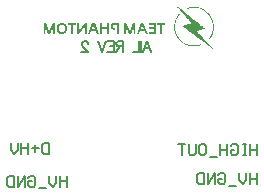
<source format=gbo>
G04*
G04 #@! TF.GenerationSoftware,Altium Limited,Altium Designer,18.1.11 (251)*
G04*
G04 Layer_Color=32896*
%FSLAX25Y25*%
%MOIN*%
G70*
G01*
G75*
%ADD13C,0.00650*%
G36*
X60290Y100200D02*
X59638D01*
Y101699D01*
X57889D01*
Y100200D01*
X57250D01*
Y103739D01*
X57889D01*
Y102268D01*
X59638D01*
Y103739D01*
X60290D01*
Y100200D01*
D02*
G37*
G36*
X52656D02*
X52018D01*
Y102823D01*
X50144Y100200D01*
X49505D01*
Y103739D01*
X50130D01*
Y101157D01*
X51990Y103739D01*
X52656D01*
Y100200D01*
D02*
G37*
G36*
X68951Y100200D02*
X68340D01*
Y102670D01*
X67369Y100200D01*
X66814D01*
X65842Y102670D01*
Y100200D01*
X65245D01*
Y103739D01*
X65898D01*
X67077Y101060D01*
X68257Y103739D01*
X68951D01*
Y100200D01*
D02*
G37*
G36*
X42066Y100200D02*
X41455D01*
Y102670D01*
X40483Y100200D01*
X39928D01*
X38971Y102670D01*
Y100200D01*
X38360D01*
Y103739D01*
X39012D01*
X40192Y101060D01*
X41386Y103739D01*
X42066D01*
Y100200D01*
D02*
G37*
G36*
X78903Y103170D02*
X77890D01*
Y100200D01*
X77251D01*
Y103170D01*
X76224D01*
Y103739D01*
X78903D01*
Y103170D01*
D02*
G37*
G36*
X75850Y100200D02*
X73407D01*
Y100769D01*
X75211D01*
Y101699D01*
X73532D01*
Y102282D01*
X75211D01*
Y103170D01*
X73435D01*
Y103739D01*
X75850D01*
Y100200D01*
D02*
G37*
G36*
X73101D02*
X72449D01*
X71269Y103059D01*
X70714Y101726D01*
X71436D01*
X71658Y101157D01*
X70478D01*
X70076Y100200D01*
X69368D01*
X70908Y103739D01*
X71616D01*
X73101Y100200D01*
D02*
G37*
G36*
X63385Y100200D02*
X62733D01*
Y103142D01*
X61845D01*
X61692Y103128D01*
X61595Y103087D01*
X61525Y103045D01*
X61512Y103031D01*
X61442Y102934D01*
X61414Y102837D01*
X61401Y102754D01*
Y102726D01*
Y102712D01*
X61414Y102615D01*
X61442Y102532D01*
X61512Y102393D01*
X61567Y102337D01*
X61595Y102296D01*
X61623Y102282D01*
X61637Y102268D01*
X61734Y102212D01*
X61831Y102157D01*
X62053Y102074D01*
X62150Y102046D01*
X62233Y102018D01*
X62289Y102004D01*
X62303D01*
X62206Y101435D01*
X61942Y101477D01*
X61720Y101546D01*
X61525Y101616D01*
X61373Y101685D01*
X61248Y101754D01*
X61165Y101810D01*
X61109Y101851D01*
X61095Y101865D01*
X60970Y102004D01*
X60873Y102143D01*
X60818Y102296D01*
X60762Y102434D01*
X60734Y102545D01*
X60720Y102656D01*
Y102712D01*
Y102740D01*
X60734Y102920D01*
X60762Y103073D01*
X60804Y103198D01*
X60859Y103309D01*
X60915Y103378D01*
X60956Y103448D01*
X60984Y103475D01*
X60998Y103489D01*
X61109Y103573D01*
X61234Y103628D01*
X61373Y103684D01*
X61498Y103711D01*
X61623Y103725D01*
X61720Y103739D01*
X63385D01*
Y100200D01*
D02*
G37*
G36*
X56806D02*
X56140D01*
X54974Y103059D01*
X54419Y101726D01*
X55127D01*
X55363Y101157D01*
X54183D01*
X53780Y100200D01*
X53073D01*
X54613Y103739D01*
X55321D01*
X56806Y100200D01*
D02*
G37*
G36*
X49131Y103170D02*
X48117D01*
Y100200D01*
X47451D01*
Y103170D01*
X46452D01*
Y103739D01*
X49131D01*
Y103170D01*
D02*
G37*
G36*
X44731Y103739D02*
X45008Y103684D01*
X45230Y103614D01*
X45425Y103531D01*
X45564Y103434D01*
X45674Y103364D01*
X45730Y103309D01*
X45758Y103295D01*
X45911Y103114D01*
X46008Y102906D01*
X46091Y102684D01*
X46146Y102462D01*
X46174Y102268D01*
X46188Y102115D01*
X46202Y102046D01*
Y102004D01*
Y101976D01*
Y101962D01*
X46174Y101643D01*
X46119Y101380D01*
X46035Y101144D01*
X45952Y100963D01*
X45869Y100811D01*
X45799Y100699D01*
X45744Y100644D01*
X45730Y100616D01*
X45536Y100463D01*
X45327Y100366D01*
X45119Y100283D01*
X44911Y100227D01*
X44717Y100200D01*
X44564Y100186D01*
X44509Y100172D01*
X44425D01*
X44120Y100186D01*
X43856Y100241D01*
X43634Y100311D01*
X43454Y100394D01*
X43301Y100477D01*
X43204Y100547D01*
X43134Y100602D01*
X43121Y100616D01*
X42968Y100811D01*
X42857Y101019D01*
X42788Y101241D01*
X42732Y101463D01*
X42704Y101657D01*
X42676Y101824D01*
Y101879D01*
Y101921D01*
Y101949D01*
Y101962D01*
X42690Y102282D01*
X42746Y102545D01*
X42815Y102781D01*
X42898Y102962D01*
X42982Y103114D01*
X43051Y103212D01*
X43107Y103281D01*
X43121Y103295D01*
X43301Y103448D01*
X43509Y103559D01*
X43731Y103642D01*
X43940Y103698D01*
X44134Y103725D01*
X44287Y103753D01*
X44425D01*
X44731Y103739D01*
D02*
G37*
G36*
X89022Y109152D02*
X89383Y109111D01*
X89702Y109055D01*
X89841Y109027D01*
X89966Y109000D01*
X90077Y108972D01*
X90174Y108944D01*
X90257Y108930D01*
X90313Y108916D01*
X90340Y108903D01*
X90354D01*
X90729Y108778D01*
X91076Y108625D01*
X91409Y108472D01*
X91687Y108319D01*
X91812Y108250D01*
X91936Y108181D01*
X92034Y108111D01*
X92117Y108070D01*
X92172Y108014D01*
X92228Y107986D01*
X92256Y107973D01*
X92270Y107959D01*
X92589Y107723D01*
X92894Y107459D01*
X93158Y107209D01*
X93394Y106973D01*
X93574Y106751D01*
X93658Y106668D01*
X93713Y106585D01*
X93769Y106515D01*
X93810Y106474D01*
X93824Y106446D01*
X93838Y106432D01*
X94060Y106085D01*
X94268Y105738D01*
X94421Y105405D01*
X94560Y105099D01*
X94615Y104961D01*
X94671Y104836D01*
X94699Y104725D01*
X94740Y104641D01*
X94768Y104558D01*
X94782Y104502D01*
X94796Y104475D01*
Y104461D01*
X94893Y104072D01*
X94962Y103684D01*
X95018Y103323D01*
X95046Y103004D01*
X95060Y102865D01*
Y102726D01*
X95073Y102615D01*
Y102518D01*
Y102448D01*
Y102379D01*
Y102351D01*
Y102337D01*
X95046Y101935D01*
X94990Y101560D01*
X94921Y101213D01*
X94851Y100894D01*
X94810Y100755D01*
X94782Y100630D01*
X94740Y100519D01*
X94713Y100436D01*
X94685Y100352D01*
X94671Y100297D01*
X94657Y100269D01*
Y100255D01*
X94504Y99880D01*
X94324Y99520D01*
X94143Y99200D01*
X93963Y98923D01*
X93880Y98798D01*
X93810Y98687D01*
X93741Y98590D01*
X93672Y98506D01*
X93630Y98437D01*
X93588Y98395D01*
X93574Y98368D01*
X93560Y98354D01*
Y98368D01*
X93325Y98534D01*
X93560Y98853D01*
X93783Y99173D01*
X93963Y99478D01*
X94102Y99756D01*
X94227Y99992D01*
X94268Y100103D01*
X94310Y100186D01*
X94338Y100255D01*
X94366Y100311D01*
X94379Y100338D01*
Y100352D01*
X94504Y100727D01*
X94588Y101074D01*
X94671Y101421D01*
X94713Y101726D01*
X94740Y101851D01*
X94754Y101976D01*
Y102087D01*
X94768Y102185D01*
X94782Y102254D01*
Y102310D01*
Y102337D01*
Y102351D01*
Y102726D01*
X94754Y103101D01*
X94713Y103434D01*
X94657Y103739D01*
X94629Y103878D01*
X94615Y104003D01*
X94588Y104114D01*
X94560Y104197D01*
X94546Y104280D01*
X94532Y104336D01*
X94518Y104364D01*
Y104378D01*
X94393Y104752D01*
X94241Y105099D01*
X94088Y105419D01*
X93935Y105696D01*
X93866Y105821D01*
X93796Y105932D01*
X93741Y106016D01*
X93685Y106099D01*
X93644Y106168D01*
X93616Y106210D01*
X93588Y106237D01*
Y106251D01*
X93338Y106571D01*
X93089Y106848D01*
X92839Y107112D01*
X92603Y107320D01*
X92409Y107501D01*
X92242Y107625D01*
X92186Y107681D01*
X92145Y107709D01*
X92117Y107737D01*
X92103D01*
X91770Y107945D01*
X91451Y108125D01*
X91145Y108278D01*
X90868Y108403D01*
X90618Y108500D01*
X90521Y108542D01*
X90438Y108569D01*
X90368Y108597D01*
X90313Y108611D01*
X90285Y108625D01*
X90271D01*
X89896Y108722D01*
X89535Y108791D01*
X89202Y108833D01*
X88883Y108861D01*
X88744D01*
X88619Y108875D01*
X88244D01*
X87856Y108847D01*
X87481Y108805D01*
X87134Y108736D01*
X86829Y108653D01*
X86690Y108625D01*
X86565Y108583D01*
X86454Y108555D01*
X86371Y108514D01*
X86287Y108500D01*
X86232Y108472D01*
X86204Y108458D01*
X86190D01*
X86093Y108722D01*
X86482Y108861D01*
X86870Y108972D01*
X87231Y109055D01*
X87550Y109111D01*
X87703Y109125D01*
X87828Y109152D01*
X87953D01*
X88050Y109166D01*
X88120Y109180D01*
X88633D01*
X89022Y109152D01*
D02*
G37*
G36*
X83733Y106737D02*
X83470Y106418D01*
X83248Y106099D01*
X83053Y105793D01*
X82901Y105516D01*
X82776Y105266D01*
X82720Y105169D01*
X82679Y105072D01*
X82651Y105002D01*
X82623Y104947D01*
X82609Y104919D01*
Y104905D01*
X82470Y104530D01*
X82373Y104169D01*
X82290Y103822D01*
X82234Y103517D01*
X82221Y103378D01*
X82193Y103253D01*
Y103142D01*
X82179Y103059D01*
X82165Y102976D01*
Y102920D01*
Y102892D01*
Y102879D01*
Y102490D01*
X82179Y102129D01*
X82221Y101782D01*
X82262Y101463D01*
X82290Y101324D01*
X82318Y101199D01*
X82332Y101088D01*
X82359Y101005D01*
X82373Y100921D01*
X82387Y100866D01*
X82401Y100838D01*
Y100824D01*
X82526Y100450D01*
X82679Y100089D01*
X82831Y99756D01*
X82984Y99464D01*
X83053Y99339D01*
X83123Y99228D01*
X83192Y99131D01*
X83234Y99048D01*
X83289Y98978D01*
X83317Y98937D01*
X83331Y98909D01*
X83345Y98895D01*
X83595Y98562D01*
X83858Y98270D01*
X84108Y98021D01*
X84358Y97799D01*
X84566Y97618D01*
X84649Y97549D01*
X84719Y97493D01*
X84788Y97438D01*
X84830Y97410D01*
X84858Y97396D01*
X84872Y97382D01*
X85205Y97174D01*
X85538Y96993D01*
X85857Y96841D01*
X86149Y96716D01*
X86398Y96619D01*
X86496Y96577D01*
X86593Y96549D01*
X86662Y96522D01*
X86718Y96508D01*
X86745Y96494D01*
X86759D01*
X87134Y96411D01*
X87509Y96341D01*
X87856Y96299D01*
X88161Y96286D01*
X88314Y96272D01*
X88827D01*
X89216Y96313D01*
X89591Y96369D01*
X89952Y96452D01*
X90257Y96535D01*
X90410Y96577D01*
X90535Y96619D01*
X90632Y96660D01*
X90729Y96688D01*
X90812Y96716D01*
X90868Y96744D01*
X90895Y96758D01*
X90909D01*
X91021Y96494D01*
X90576Y96327D01*
X90368Y96258D01*
X90174Y96202D01*
X90007Y96161D01*
X89882Y96133D01*
X89799Y96105D01*
X89771D01*
X89521Y96064D01*
X89299Y96036D01*
X89077Y96008D01*
X88883Y95994D01*
X88716D01*
X88591Y95980D01*
X88480D01*
X88147Y95994D01*
X87995D01*
X87870Y96008D01*
X87759Y96022D01*
X87661D01*
X87606Y96036D01*
X87592D01*
X87273Y96091D01*
X87120Y96119D01*
X86981Y96147D01*
X86870Y96175D01*
X86787Y96202D01*
X86731Y96216D01*
X86718D01*
X86315Y96341D01*
X85940Y96494D01*
X85607Y96646D01*
X85302Y96799D01*
X85177Y96868D01*
X85052Y96938D01*
X84955Y96993D01*
X84872Y97049D01*
X84802Y97105D01*
X84747Y97132D01*
X84719Y97146D01*
X84705Y97160D01*
X84372Y97410D01*
X84067Y97674D01*
X83789Y97937D01*
X83567Y98187D01*
X83373Y98395D01*
X83303Y98492D01*
X83234Y98562D01*
X83192Y98631D01*
X83151Y98673D01*
X83137Y98701D01*
X83123Y98715D01*
X82887Y99062D01*
X82692Y99409D01*
X82512Y99756D01*
X82373Y100061D01*
X82318Y100200D01*
X82276Y100325D01*
X82234Y100436D01*
X82193Y100533D01*
X82165Y100602D01*
X82151Y100672D01*
X82137Y100699D01*
Y100713D01*
X82040Y101116D01*
X81957Y101518D01*
X81915Y101893D01*
X81887Y102226D01*
X81874Y102379D01*
Y102518D01*
Y102643D01*
Y102740D01*
Y102823D01*
Y102879D01*
Y102920D01*
Y102934D01*
X81915Y103350D01*
X81985Y103739D01*
X82054Y104100D01*
X82137Y104419D01*
X82179Y104558D01*
X82221Y104683D01*
X82262Y104794D01*
X82290Y104891D01*
X82318Y104974D01*
X82345Y105030D01*
X82359Y105058D01*
Y105072D01*
X82526Y105446D01*
X82720Y105807D01*
X82901Y106113D01*
X83095Y106390D01*
X83178Y106515D01*
X83262Y106612D01*
X83331Y106710D01*
X83386Y106793D01*
X83442Y106848D01*
X83484Y106890D01*
X83498Y106918D01*
X83511Y106931D01*
X83733Y106737D01*
D02*
G37*
G36*
X82803Y109541D02*
X83248Y109180D01*
X83650Y108847D01*
X83845Y108694D01*
X84025Y108542D01*
X84178Y108417D01*
X84330Y108292D01*
X84455Y108195D01*
X84566Y108098D01*
X84649Y108028D01*
X84719Y107973D01*
X84761Y107945D01*
X84775Y107931D01*
X85219Y107570D01*
X85663Y107209D01*
X86079Y106876D01*
X86260Y106710D01*
X86440Y106571D01*
X86607Y106432D01*
X86759Y106321D01*
X86884Y106210D01*
X86995Y106113D01*
X87078Y106043D01*
X87148Y105988D01*
X87190Y105960D01*
X87204Y105946D01*
X87648Y105585D01*
X88092Y105224D01*
X88508Y104891D01*
X88689Y104738D01*
X88869Y104586D01*
X89036Y104461D01*
X89188Y104336D01*
X89313Y104239D01*
X89424Y104142D01*
X89508Y104072D01*
X89577Y104017D01*
X89619Y103989D01*
X89632Y103975D01*
X90091Y103600D01*
X90521Y103240D01*
X90937Y102906D01*
X91132Y102754D01*
X91312Y102601D01*
X91465Y102462D01*
X91617Y102351D01*
X91756Y102240D01*
X91867Y102143D01*
X91950Y102074D01*
X92020Y102018D01*
X92062Y101990D01*
X92075Y101976D01*
X91825Y101893D01*
X91576Y101810D01*
X91354Y101726D01*
X91159Y101657D01*
X90979Y101602D01*
X90854Y101560D01*
X90771Y101532D01*
X90757Y101518D01*
X90743D01*
X90493Y101435D01*
X90257Y101366D01*
X90035Y101282D01*
X89827Y101213D01*
X89660Y101157D01*
X89521Y101116D01*
X89438Y101088D01*
X89424Y101074D01*
X89410D01*
X89674Y100797D01*
X89924Y100519D01*
X90160Y100255D01*
X90382Y100033D01*
X90548Y99839D01*
X90687Y99686D01*
X90743Y99631D01*
X90785Y99589D01*
X90798Y99575D01*
X90812Y99561D01*
X91076Y99284D01*
X91326Y99006D01*
X91576Y98742D01*
X91784Y98520D01*
X91964Y98326D01*
X92103Y98173D01*
X92159Y98118D01*
X92200Y98076D01*
X92214Y98062D01*
X92228Y98048D01*
X92492Y97771D01*
X92742Y97507D01*
X92977Y97257D01*
X93186Y97035D01*
X93366Y96841D01*
X93491Y96688D01*
X93547Y96633D01*
X93588Y96591D01*
X93602Y96577D01*
X93616Y96563D01*
X93880Y96286D01*
X94130Y96022D01*
X94366Y95772D01*
X94574Y95550D01*
X94754Y95356D01*
X94879Y95203D01*
X94935Y95147D01*
X94976Y95106D01*
X94990Y95092D01*
X95004Y95078D01*
Y95064D01*
Y95050D01*
X94990Y95022D01*
X94976Y95009D01*
X94490Y95369D01*
X94032Y95717D01*
X93588Y96050D01*
X93380Y96202D01*
X93200Y96341D01*
X93019Y96480D01*
X92866Y96591D01*
X92728Y96702D01*
X92603Y96785D01*
X92506Y96855D01*
X92436Y96910D01*
X92395Y96938D01*
X92381Y96952D01*
X91895Y97313D01*
X91423Y97660D01*
X90979Y97993D01*
X90785Y98146D01*
X90590Y98284D01*
X90424Y98423D01*
X90257Y98534D01*
X90118Y98645D01*
X90007Y98729D01*
X89910Y98798D01*
X89841Y98853D01*
X89799Y98881D01*
X89785Y98895D01*
X89299Y99270D01*
X88827Y99617D01*
X88383Y99950D01*
X88175Y100103D01*
X87995Y100255D01*
X87814Y100380D01*
X87661Y100505D01*
X87523Y100602D01*
X87398Y100699D01*
X87301Y100769D01*
X87231Y100824D01*
X87190Y100852D01*
X87176Y100866D01*
X86690Y101241D01*
X86218Y101602D01*
X85774Y101935D01*
X85566Y102087D01*
X85371Y102226D01*
X85191Y102365D01*
X85038Y102476D01*
X84899Y102587D01*
X84775Y102670D01*
X84677Y102740D01*
X84608Y102795D01*
X84566Y102823D01*
X84552Y102837D01*
X84858Y102920D01*
X85149Y103004D01*
X85427Y103073D01*
X85677Y103142D01*
X85885Y103184D01*
X85968Y103212D01*
X86037Y103226D01*
X86093Y103253D01*
X86135D01*
X86163Y103267D01*
X86176D01*
X86482Y103350D01*
X86773Y103434D01*
X87037Y103503D01*
X87287Y103573D01*
X87495Y103628D01*
X87578Y103656D01*
X87648Y103670D01*
X87703Y103684D01*
X87745Y103698D01*
X87773Y103711D01*
X87786D01*
X87523Y104003D01*
X87273Y104267D01*
X87051Y104530D01*
X86843Y104766D01*
X86662Y104961D01*
X86523Y105113D01*
X86482Y105169D01*
X86440Y105210D01*
X86426Y105224D01*
X86412Y105238D01*
X86149Y105530D01*
X85899Y105807D01*
X85677Y106071D01*
X85469Y106307D01*
X85288Y106501D01*
X85149Y106654D01*
X85108Y106710D01*
X85066Y106751D01*
X85052Y106765D01*
X85038Y106779D01*
X84788Y107070D01*
X84539Y107334D01*
X84303Y107598D01*
X84108Y107834D01*
X83928Y108028D01*
X83789Y108181D01*
X83747Y108236D01*
X83706Y108278D01*
X83692Y108292D01*
X83678Y108306D01*
X83428Y108597D01*
X83178Y108861D01*
X82956Y109125D01*
X82748Y109347D01*
X82581Y109541D01*
X82443Y109694D01*
X82401Y109749D01*
X82359Y109791D01*
X82345Y109805D01*
X82332Y109819D01*
Y109846D01*
X82345Y109860D01*
Y109888D01*
X82359Y109902D01*
X82803Y109541D01*
D02*
G37*
%LPC*%
G36*
X44523Y103198D02*
X44425D01*
X44245Y103184D01*
X44078Y103142D01*
X43940Y103101D01*
X43828Y103045D01*
X43745Y102976D01*
X43690Y102934D01*
X43648Y102892D01*
X43634Y102879D01*
X43537Y102754D01*
X43468Y102615D01*
X43426Y102462D01*
X43384Y102310D01*
X43370Y102185D01*
X43356Y102074D01*
Y102004D01*
Y101990D01*
Y101976D01*
X43370Y101768D01*
X43398Y101574D01*
X43440Y101421D01*
X43495Y101296D01*
X43551Y101185D01*
X43593Y101116D01*
X43620Y101074D01*
X43634Y101060D01*
X43745Y100963D01*
X43870Y100880D01*
X43995Y100824D01*
X44134Y100797D01*
X44245Y100769D01*
X44342Y100755D01*
X44425D01*
X44620Y100769D01*
X44786Y100797D01*
X44939Y100852D01*
X45050Y100908D01*
X45147Y100963D01*
X45203Y101019D01*
X45244Y101046D01*
X45258Y101060D01*
X45341Y101185D01*
X45411Y101338D01*
X45452Y101491D01*
X45494Y101629D01*
X45508Y101768D01*
X45522Y101879D01*
Y101949D01*
Y101976D01*
X45508Y102185D01*
X45480Y102365D01*
X45439Y102518D01*
X45383Y102656D01*
X45341Y102754D01*
X45300Y102823D01*
X45272Y102865D01*
X45258Y102879D01*
X45147Y102990D01*
X45008Y103059D01*
X44870Y103114D01*
X44731Y103156D01*
X44620Y103184D01*
X44523Y103198D01*
D02*
G37*
%LPD*%
D13*
X109449Y53601D02*
Y50102D01*
Y51852D01*
X107116D01*
Y53601D01*
Y50102D01*
X105950Y53601D02*
Y51269D01*
X104784Y50102D01*
X103617Y51269D01*
Y53601D01*
X102451Y49519D02*
X100119D01*
X96620Y53018D02*
X97203Y53601D01*
X98369D01*
X98952Y53018D01*
Y50686D01*
X98369Y50102D01*
X97203D01*
X96620Y50686D01*
Y51852D01*
X97786D01*
X95453Y50102D02*
Y53601D01*
X93121Y50102D01*
Y53601D01*
X91954D02*
Y50102D01*
X90205D01*
X89622Y50686D01*
Y53018D01*
X90205Y53601D01*
X91954D01*
X109449Y63341D02*
Y59842D01*
Y61592D01*
X107116D01*
Y63341D01*
Y59842D01*
X105950Y63341D02*
X104784D01*
X105367D01*
Y59842D01*
X105950D01*
X104784D01*
X100702Y62758D02*
X101285Y63341D01*
X102451D01*
X103034Y62758D01*
Y60426D01*
X102451Y59842D01*
X101285D01*
X100702Y60426D01*
Y61592D01*
X101868D01*
X99535Y63341D02*
Y59842D01*
Y61592D01*
X97203D01*
Y63341D01*
Y59842D01*
X96036Y59259D02*
X93704D01*
X90788Y63341D02*
X91954D01*
X92538Y62758D01*
Y60426D01*
X91954Y59842D01*
X90788D01*
X90205Y60426D01*
Y62758D01*
X90788Y63341D01*
X89039D02*
Y60426D01*
X88456Y59842D01*
X87289D01*
X86706Y60426D01*
Y63341D01*
X85540D02*
X83207D01*
X84374D01*
Y59842D01*
X71585Y94139D02*
X72918Y97638D01*
X74251Y94139D01*
X73751Y95305D02*
X72085D01*
X70769Y97638D02*
Y94139D01*
X70035Y97638D02*
Y94139D01*
X68036D01*
X64903Y97638D02*
Y94139D01*
Y97638D02*
X63403D01*
X62904Y97471D01*
X62737Y97305D01*
X62570Y96971D01*
Y96638D01*
X62737Y96305D01*
X62904Y96138D01*
X63403Y95972D01*
X64903D01*
X63737D02*
X62570Y94139D01*
X59621Y97638D02*
X61787D01*
Y94139D01*
X59621D01*
X61787Y95972D02*
X60454D01*
X59038Y97638D02*
X57705Y94139D01*
X56372Y97638D02*
X57705Y94139D01*
X53006Y96805D02*
Y96971D01*
X52839Y97305D01*
X52672Y97471D01*
X52339Y97638D01*
X51673D01*
X51339Y97471D01*
X51173Y97305D01*
X51006Y96971D01*
Y96638D01*
X51173Y96305D01*
X51506Y95805D01*
X53172Y94139D01*
X50840D01*
X40157Y63735D02*
Y60236D01*
X38408D01*
X37825Y60819D01*
Y63152D01*
X38408Y63735D01*
X40157D01*
X36659Y61986D02*
X34326D01*
X35492Y63152D02*
Y60819D01*
X33160Y63735D02*
Y60236D01*
Y61986D01*
X30827D01*
Y63735D01*
Y60236D01*
X29661Y63735D02*
Y61402D01*
X28495Y60236D01*
X27328Y61402D01*
Y63735D01*
X46063Y52711D02*
Y49213D01*
Y50962D01*
X43730D01*
Y52711D01*
Y49213D01*
X42564Y52711D02*
Y50379D01*
X41398Y49213D01*
X40231Y50379D01*
Y52711D01*
X39065Y48630D02*
X36733D01*
X33234Y52128D02*
X33817Y52711D01*
X34983D01*
X35566Y52128D01*
Y49796D01*
X34983Y49213D01*
X33817D01*
X33234Y49796D01*
Y50962D01*
X34400D01*
X32067Y49213D02*
Y52711D01*
X29735Y49213D01*
Y52711D01*
X28569D02*
Y49213D01*
X26819D01*
X26236Y49796D01*
Y52128D01*
X26819Y52711D01*
X28569D01*
M02*

</source>
